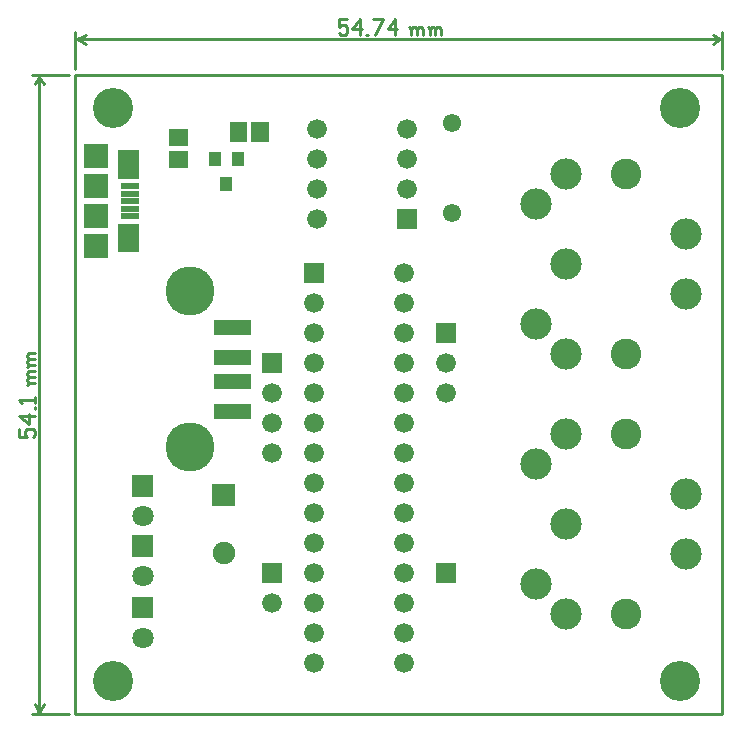
<source format=gbr>
G04 start of page 7 for group -4063 idx -4063 *
G04 Title: (unknown), componentmask *
G04 Creator: pcb 20140316 *
G04 CreationDate: Sun 10 Nov 2019 02:50:04 PM GMT UTC *
G04 For: sladekm *
G04 Format: Gerber/RS-274X *
G04 PCB-Dimensions (mm): 70.00 70.00 *
G04 PCB-Coordinate-Origin: lower left *
%MOMM*%
%FSLAX43Y43*%
%LNTOPMASK*%
%ADD81R,1.272X1.272*%
%ADD80R,1.752X1.752*%
%ADD79R,0.533X0.533*%
%ADD78R,1.452X1.452*%
%ADD77R,1.016X1.016*%
%ADD76C,3.400*%
%ADD75C,4.152*%
%ADD74C,1.803*%
%ADD73C,1.905*%
%ADD72C,0.002*%
%ADD71C,1.549*%
%ADD70C,2.600*%
%ADD69C,2.652*%
%ADD68C,1.676*%
%ADD67C,0.254*%
G54D67*X8509Y61491D02*X63246D01*
X8636Y64539D02*X62992D01*
X8509Y65174D02*Y61999D01*
X8636Y64539D02*X9398Y64158D01*
X8001Y61491D02*X4826D01*
X5080Y60729D02*X5461Y61364D01*
X5842Y60729D01*
X63246Y61491D02*Y7389D01*
Y65174D02*Y61999D01*
X62484Y64920D02*X63119Y64539D01*
X62484Y64158D01*
X8509Y7389D02*Y61491D01*
Y7389D02*X63246D01*
X9398Y64920D02*X8636Y64539D01*
X4826Y7389D02*X8001D01*
X5080Y8278D02*X5461Y7516D01*
X5842Y8278D01*
X5461Y61237D02*Y7516D01*
X3762Y31549D02*Y30884D01*
X4427D01*
X4261Y31050D01*
Y31383D02*Y31050D01*
Y31383D02*X4427Y31549D01*
X4926D01*
X5093Y31383D02*X4926Y31549D01*
X5093Y31383D02*Y31050D01*
X4926Y30884D02*X5093Y31050D01*
X4594Y31949D02*X3762Y32614D01*
X4594Y32781D02*Y31949D01*
X3762Y32614D02*X5093D01*
Y33346D02*Y33180D01*
X4028Y33746D02*X3762Y34012D01*
X5093D01*
Y34245D02*Y33746D01*
X4594Y35409D02*X5093D01*
X4594D02*X4427Y35576D01*
Y35742D02*Y35576D01*
Y35742D02*X4594Y35908D01*
X5093D01*
X4594D02*X4427Y36075D01*
Y36241D02*Y36075D01*
Y36241D02*X4594Y36407D01*
X5093D01*
X4427Y35243D02*X4594Y35409D01*
Y36973D02*X5093D01*
X4594D02*X4427Y37140D01*
Y37306D02*Y37140D01*
Y37306D02*X4594Y37472D01*
X5093D01*
X4594D02*X4427Y37639D01*
Y37805D02*Y37639D01*
Y37805D02*X4594Y37971D01*
X5093D01*
X4427Y36807D02*X4594Y36973D01*
X30861Y66238D02*X31526D01*
X30861D02*Y65573D01*
X31027Y65739D01*
X31360D01*
X31526Y65573D01*
Y65074D01*
X31360Y64907D02*X31526Y65074D01*
X31027Y64907D02*X31360D01*
X30861Y65074D02*X31027Y64907D01*
X31926Y65406D02*X32591Y66238D01*
X31926Y65406D02*X32758D01*
X32591Y66238D02*Y64907D01*
X33157D02*X33323D01*
X33889D02*X34554Y66238D01*
X33723D02*X34554D01*
X34954Y65406D02*X35619Y66238D01*
X34954Y65406D02*X35786D01*
X35619Y66238D02*Y64907D01*
X36950Y65406D02*Y64907D01*
Y65406D02*X37117Y65573D01*
X37283D01*
X37449Y65406D01*
Y64907D01*
Y65406D02*X37616Y65573D01*
X37782D01*
X37948Y65406D01*
Y64907D01*
X36784Y65573D02*X36950Y65406D01*
X38514D02*Y64907D01*
Y65406D02*X38680Y65573D01*
X38847D01*
X39013Y65406D01*
Y64907D01*
Y65406D02*X39180Y65573D01*
X39346D01*
X39512Y65406D01*
Y64907D01*
X38348Y65573D02*X38514Y65406D01*
G54D68*X39878Y34567D03*
G54D69*X47498Y28598D03*
X50038Y31138D03*
G54D70*X55118D03*
Y37869D03*
G54D69*X47498Y40409D03*
X60198Y20978D03*
Y26058D03*
Y42949D03*
Y48029D03*
G54D71*X40386Y49807D03*
Y57427D03*
G54D72*G36*
X39040Y40485D02*Y38809D01*
X40716D01*
Y40485D01*
X39040D01*
G37*
G54D68*X39878Y37107D03*
G54D69*X47498Y50569D03*
X50038Y45489D03*
Y37869D03*
Y53109D03*
G54D70*X55118D03*
G54D72*G36*
X35738Y50137D02*Y48461D01*
X37414D01*
Y50137D01*
X35738D01*
G37*
G54D68*X28956Y49299D03*
X36576Y51839D03*
Y54379D03*
Y56919D03*
X28956D03*
Y54379D03*
Y51839D03*
G54D72*G36*
X20130Y26884D02*Y24979D01*
X22034D01*
Y26884D01*
X20130D01*
G37*
G54D73*X21082Y21051D03*
G54D72*G36*
X24308Y20165D02*Y18489D01*
X25984D01*
Y20165D01*
X24308D01*
G37*
G54D68*X25146Y32027D03*
Y29487D03*
Y16787D03*
G54D72*G36*
X13322Y17308D02*Y15504D01*
X15126D01*
Y17308D01*
X13322D01*
G37*
G54D74*X14224Y13866D03*
G54D72*G36*
X13322Y27595D02*Y25791D01*
X15126D01*
Y27595D01*
X13322D01*
G37*
G54D74*X14224Y24153D03*
G54D72*G36*
X13322Y22515D02*Y20711D01*
X15126D01*
Y22515D01*
X13322D01*
G37*
G54D74*X14224Y19073D03*
G54D75*X18224Y29995D03*
G54D68*X28702Y32027D03*
Y29487D03*
Y26947D03*
Y24407D03*
Y21867D03*
Y19327D03*
Y16787D03*
Y14247D03*
Y11707D03*
G54D72*G36*
X39040Y20165D02*Y18489D01*
X40716D01*
Y20165D01*
X39040D01*
G37*
G54D70*X55118Y15898D03*
G54D69*X50038Y23518D03*
Y15898D03*
X47498Y18438D03*
G54D68*X36322Y11707D03*
Y14247D03*
Y16787D03*
Y19327D03*
Y21867D03*
Y24407D03*
Y26947D03*
Y29487D03*
Y32027D03*
G54D72*G36*
X24308Y37945D02*Y36269D01*
X25984D01*
Y37945D01*
X24308D01*
G37*
G54D75*X18224Y43203D03*
G54D72*G36*
X27864Y45565D02*Y43889D01*
X29540D01*
Y45565D01*
X27864D01*
G37*
G54D68*X28702Y42187D03*
Y39647D03*
Y37107D03*
X25146Y34567D03*
X28702D03*
X36322D03*
Y37107D03*
Y39647D03*
Y42187D03*
Y44727D03*
G54D76*X11684Y58697D03*
X59690D03*
X11684Y10183D03*
X59690D03*
G54D77*X22301Y54455D02*Y54303D01*
X20320Y54455D02*Y54303D01*
X21311Y52372D02*Y52220D01*
G54D78*X22352Y56765D02*Y56565D01*
X17172Y56168D02*X17372D01*
X17172Y54368D02*X17372D01*
X24152Y56765D02*Y56565D01*
G54D79*X12624Y51445D02*X13640D01*
X12624Y50810D02*X13640D01*
X12624Y52080D02*X13640D01*
G54D80*X13005Y54239D02*Y53604D01*
G54D79*X12624Y50175D02*X13640D01*
X12624Y49540D02*X13640D01*
G54D80*X13005Y48016D02*Y47381D01*
G54D72*G36*
X9248Y48026D02*Y45974D01*
X11300D01*
Y48026D01*
X9248D01*
G37*
G36*
Y50566D02*Y48514D01*
X11300D01*
Y50566D01*
X9248D01*
G37*
G36*
Y53106D02*Y51054D01*
X11300D01*
Y53106D01*
X9248D01*
G37*
G36*
Y55646D02*Y53594D01*
X11300D01*
Y55646D01*
X9248D01*
G37*
G54D81*X20892Y35583D02*X22796D01*
X20892Y40155D02*X22796D01*
X20892Y33043D02*X22796D01*
X20892Y37615D02*X22796D01*
M02*

</source>
